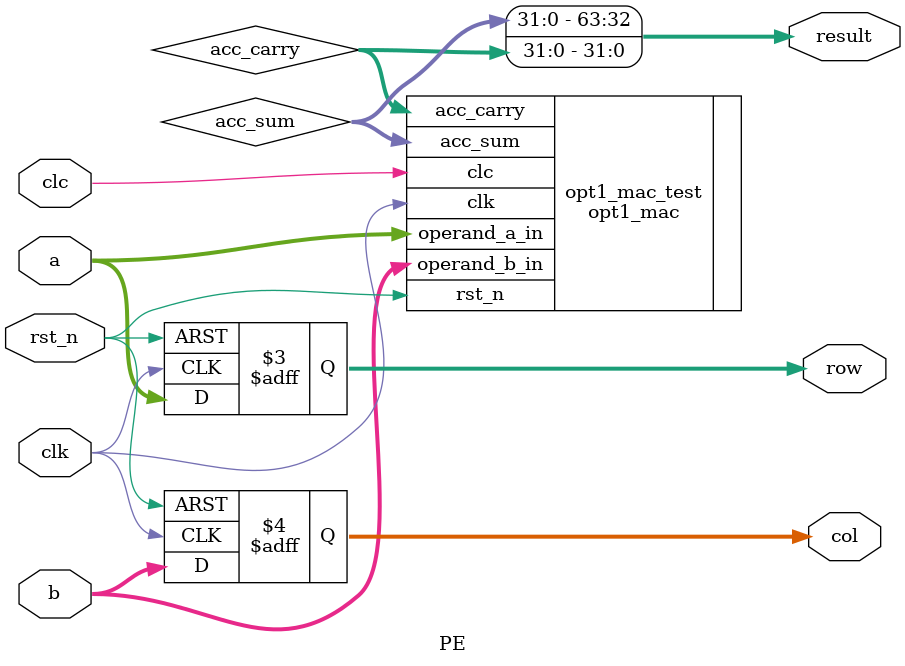
<source format=v>
module PE #
(
    parameter WIDTH = 8,
    parameter ACC_WIDTH = 32
)
(
    input   wire                                rst_n,
    input   wire                                clk,
    input   wire  signed  [WIDTH-1    :0]       a,
    input   wire  signed  [WIDTH-1    :0]       b,
    input   wire                                clc, // clean_result_cache

    output  reg   signed  [WIDTH-1    :0]       row,
    output  reg   signed  [WIDTH-1    :0]       col,
    output        signed  [2*ACC_WIDTH-1  :0]   result
);


wire [ACC_WIDTH-1:0]  acc_sum;
wire [ACC_WIDTH-1:0]  acc_carry;
opt1_mac #(
    .ACC_WIDTH(ACC_WIDTH),
    .INPUT_PIP(0)
) opt1_mac_test (
    .clk(clk),
    .rst_n(rst_n),
    .operand_a_in(a),  
    .operand_b_in(b), 
    .clc(clc), // input   wire    clean_result_cache
    .acc_sum(acc_sum),
    .acc_carry(acc_carry)
);
assign result = {acc_sum, acc_carry};

always @(posedge clk or negedge rst_n) begin
    if(!rst_n) begin
        row <= 0;
        col <= 0;
    end
    else begin
        row <= a;
        col <= b;
    end
end

endmodule

</source>
